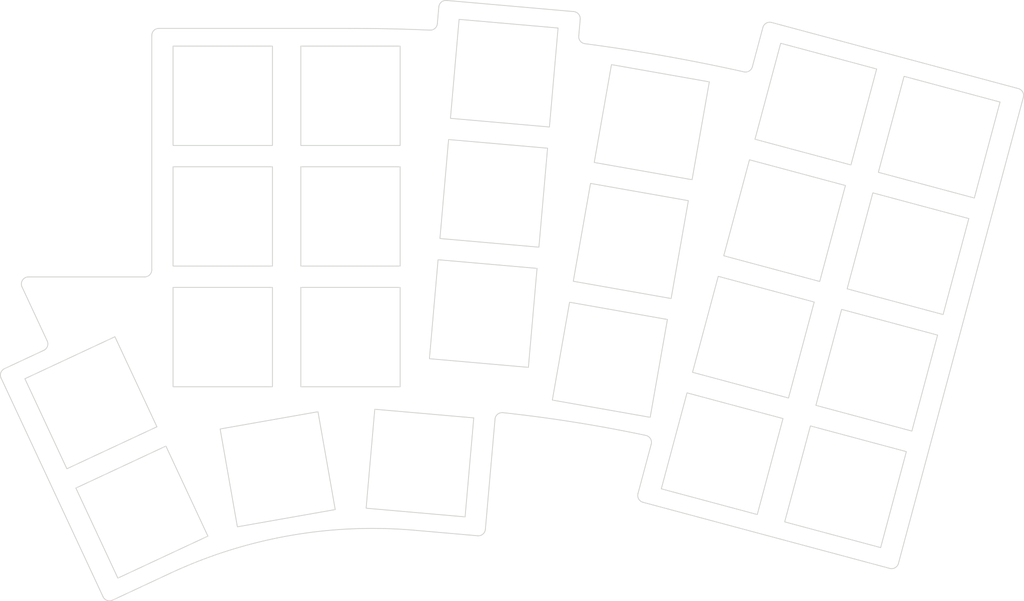
<source format=kicad_pcb>
(kicad_pcb (version 20221018) (generator pcbnew)
  (layers (0 "F.Cu" signal) (31 "B.Cu" signal) (34 "B.Paste" user) (35 "F.Paste" user) (36 "B.SilkS" user "B.Silkscreen") (37 "F.SilkS" user "F.Silkscreen") (38 "B.Mask" user) (39 "F.Mask" user) (44 "Edge.Cuts" user))
  (net 0 "")
  (footprint "keyboard:KeyHole" (layer "F.Cu") (at 154.552801 93.512815 -15)
    (fp_text reference "REF**" hide)
    (fp_text value "KeyHole" hide)
    (fp_rect (start -7 -7) (end 7 7) (layer "Edge.Cuts") (stroke (width 0.12)) (fill none))
  )
  (footprint "keyboard:KeyHole" (layer "F.Cu") (at 119.449871 56.311832 -5)
    (fp_text reference "REF**" hide)
    (fp_text value "KeyHole" hide)
    (fp_rect (start -7 -7) (end 7 7) (layer "Edge.Cuts") (stroke (width 0.12)) (fill none))
  )
  (footprint "keyboard:KeyHole" (layer "F.Cu") (at 61.201051 102.753693 25)
    (fp_text reference "REF**" hide)
    (fp_text value "KeyHole" hide)
    (fp_rect (start -7 -7) (end 7 7) (layer "Edge.Cuts") (stroke (width 0.12)) (fill none))
  )
  (footprint "keyboard:KeyHole" (layer "F.Cu") (at 134.332871 96.697962 -10)
    (fp_text reference "REF**" hide)
    (fp_text value "KeyHole" hide)
    (fp_rect (start -7 -7) (end 7 7) (layer "Edge.Cuts") (stroke (width 0.12)) (fill none))
  )
  (footprint "keyboard:KeyHole" (layer "F.Cu") (at 137.28489 79.95623 -10)
    (fp_text reference "REF**" hide)
    (fp_text value "KeyHole" hide)
    (fp_rect (start -7 -7) (end 7 7) (layer "Edge.Cuts") (stroke (width 0.12)) (fill none))
  )
  (footprint "keyboard:KeyHole" (layer "F.Cu") (at 107.567703 111.252057 -5)
    (fp_text reference "REF**" hide)
    (fp_text value "KeyHole" hide)
    (fp_rect (start -7 -7) (end 7 7) (layer "Edge.Cuts") (stroke (width 0.12)) (fill none))
  )
  (footprint "keyboard:KeyHole" (layer "F.Cu") (at 176.33939 81.750818 -15)
    (fp_text reference "REF**" hide)
    (fp_text value "KeyHole" hide)
    (fp_rect (start -7 -7) (end 7 7) (layer "Edge.Cuts") (stroke (width 0.12)) (fill none))
  )
  (footprint "keyboard:KeyHole" (layer "F.Cu") (at 171.939466 98.171557 -15)
    (fp_text reference "REF**" hide)
    (fp_text value "KeyHole" hide)
    (fp_rect (start -7 -7) (end 7 7) (layer "Edge.Cuts") (stroke (width 0.12)) (fill none))
  )
  (footprint "keyboard:KeyHole" (layer "F.Cu") (at 116.486576 90.182451 -5)
    (fp_text reference "REF**" hide)
    (fp_text value "KeyHole" hide)
    (fp_rect (start -7 -7) (end 7 7) (layer "Edge.Cuts") (stroke (width 0.12)) (fill none))
  )
  (footprint "keyboard:KeyHole" (layer "F.Cu") (at 140.236909 63.214498 -10)
    (fp_text reference "REF**" hide)
    (fp_text value "KeyHole" hide)
    (fp_rect (start -7 -7) (end 7 7) (layer "Edge.Cuts") (stroke (width 0.12)) (fill none))
  )
  (footprint "keyboard:KeyHole" (layer "F.Cu") (at 150.152878 109.933554 -15)
    (fp_text reference "REF**" hide)
    (fp_text value "KeyHole" hide)
    (fp_rect (start -7 -7) (end 7 7) (layer "Edge.Cuts") (stroke (width 0.12)) (fill none))
  )
  (footprint "keyboard:KeyHole" (layer "F.Cu") (at 79.78 93.5)
    (fp_text reference "REF**" hide)
    (fp_text value "KeyHole" hide)
    (fp_rect (start -7 -7) (end 7 7) (layer "Edge.Cuts") (stroke (width 0.12)) (fill none))
  )
  (footprint "keyboard:KeyHole" (layer "F.Cu") (at 117.968224 73.247142 -5)
    (fp_text reference "REF**" hide)
    (fp_text value "KeyHole" hide)
    (fp_rect (start -7 -7) (end 7 7) (layer "Edge.Cuts") (stroke (width 0.12)) (fill none))
  )
  (footprint "keyboard:KeyHole" (layer "F.Cu") (at 97.78 59.5)
    (fp_text reference "REF**" hide)
    (fp_text value "KeyHole" hide)
    (fp_rect (start -7 -7) (end 7 7) (layer "Edge.Cuts") (stroke (width 0.12)) (fill none))
  )
  (footprint "keyboard:KeyHole" (layer "F.Cu") (at 158.952725 77.092076 -15)
    (fp_text reference "REF**" hide)
    (fp_text value "KeyHole" hide)
    (fp_rect (start -7 -7) (end 7 7) (layer "Edge.Cuts") (stroke (width 0.12)) (fill none))
  )
  (footprint "keyboard:KeyHole" (layer "F.Cu") (at 68.385562 118.160925 25)
    (fp_text reference "REF**" hide)
    (fp_text value "KeyHole" hide)
    (fp_rect (start -7 -7) (end 7 7) (layer "Edge.Cuts") (stroke (width 0.12)) (fill none))
  )
  (footprint "keyboard:KeyHole" (layer "F.Cu") (at 167.539542 114.592296 -15)
    (fp_text reference "REF**" hide)
    (fp_text value "KeyHole" hide)
    (fp_rect (start -7 -7) (end 7 7) (layer "Edge.Cuts") (stroke (width 0.12)) (fill none))
  )
  (footprint "keyboard:KeyHole" (layer "F.Cu") (at 87.521848 112.127278 10)
    (fp_text reference "REF**" hide)
    (fp_text value "KeyHole" hide)
    (fp_rect (start -7 -7) (end 7 7) (layer "Edge.Cuts") (stroke (width 0.12)) (fill none))
  )
  (footprint "keyboard:KeyHole" (layer "F.Cu") (at 163.352649 60.671336 -15)
    (fp_text reference "REF**" hide)
    (fp_text value "KeyHole" hide)
    (fp_rect (start -7 -7) (end 7 7) (layer "Edge.Cuts") (stroke (width 0.12)) (fill none))
  )
  (footprint "keyboard:KeyHole" (layer "F.Cu") (at 97.78 76.5)
    (fp_text reference "REF**" hide)
    (fp_text value "KeyHole" hide)
    (fp_rect (start -7 -7) (end 7 7) (layer "Edge.Cuts") (stroke (width 0.12)) (fill none))
  )
  (footprint "keyboard:KeyHole" (layer "F.Cu") (at 97.78 93.5)
    (fp_text reference "REF**" hide)
    (fp_text value "KeyHole" hide)
    (fp_rect (start -7 -7) (end 7 7) (layer "Edge.Cuts") (stroke (width 0.12)) (fill none))
  )
  (footprint "keyboard:KeyHole" (layer "F.Cu") (at 79.78 59.5)
    (fp_text reference "REF**" hide)
    (fp_text value "KeyHole" hide)
    (fp_rect (start -7 -7) (end 7 7) (layer "Edge.Cuts") (stroke (width 0.12)) (fill none))
  )
  (footprint "keyboard:KeyHole" (layer "F.Cu") (at 180.739314 65.330079 -15)
    (fp_text reference "REF**" hide)
    (fp_text value "KeyHole" hide)
    (fp_rect (start -7 -7) (end 7 7) (layer "Edge.Cuts") (stroke (width 0.12)) (fill none))
  )
  (footprint "keyboard:KeyHole" (layer "F.Cu") (at 79.78 76.5)
    (fp_text reference "REF**" hide)
    (fp_text value "KeyHole" hide)
    (fp_rect (start -7 -7) (end 7 7) (layer "Edge.Cuts") (stroke (width 0.12)) (fill none))
  )
  (gr_arc (start 119.250898 104.150057) (mid 129.366326 105.49735) (end 139.400337 107.356302) (layer "Edge.Cuts") (width 0.12))
  (gr_arc (start 97.78 50) (mid 103.382237 50.061789) (end 108.981748 50.247127) (layer "Edge.Cuts") (width 0.12))
  (gr_arc (start 110.022044 49.335256) (mid 109.685013 50.000098) (end 108.981748 50.247126) (layer "Edge.Cuts") (width 0.12))
  (gr_line (start 48.545718 99.276259) (end 62.914739 130.090724) (layer "Edge.Cuts") (width 0.12))
  (gr_line (start 69.78 51) (end 69.78 84.02) (layer "Edge.Cuts") (width 0.12))
  (gr_line (start 110.228748 46.972619) (end 110.022044 49.335256) (layer "Edge.Cuts") (width 0.12))
  (gr_arc (start 55.041575 94.040436) (mid 55.07496 94.805074) (end 54.557885 95.369362) (layer "Edge.Cuts") (width 0.12))
  (gr_arc (start 139.000764 116.780478) (mid 138.393558 116.314552) (end 138.293657 115.555733) (layer "Edge.Cuts") (width 0.12))
  (gr_arc (start 69.78 84.02) (mid 69.487107 84.727107) (end 68.78 85.02) (layer "Edge.Cuts") (width 0.12))
  (gr_arc (start 129.243603 47.632383) (mid 129.922491 47.98579) (end 130.152642 48.715734) (layer "Edge.Cuts") (width 0.12))
  (gr_arc (start 116.788826 120.591269) (mid 116.435419 121.270158) (end 115.705476 121.500308) (layer "Edge.Cuts") (width 0.12))
  (gr_line (start 174.998839 125.390856) (end 192.598534 59.7079) (layer "Edge.Cuts") (width 0.12))
  (gr_line (start 54.557885 95.369362) (end 49.029408 97.947333) (layer "Edge.Cuts") (width 0.12))
  (gr_arc (start 64.243674 130.57441) (mid 63.479031 130.6078) (end 62.914739 130.090724) (layer "Edge.Cuts") (width 0.12))
  (gr_line (start 173.774094 126.097963) (end 139.000764 116.780478) (layer "Edge.Cuts") (width 0.12))
  (gr_arc (start 130.812085 52.157036) (mid 142.063446 53.89008) (end 153.225852 56.125533) (layer "Edge.Cuts") (width 0.12))
  (gr_arc (start 118.147883 105.05718) (mid 118.508889 104.371979) (end 119.250898 104.150059) (layer "Edge.Cuts") (width 0.12))
  (gr_line (start 64.243674 130.574409) (end 72.400435 126.770849) (layer "Edge.Cuts") (width 0.12))
  (gr_arc (start 154.410069 55.408466) (mid 153.962105 56.005051) (end 153.225852 56.125531) (layer "Edge.Cuts") (width 0.12))
  (gr_arc (start 139.400337 107.356302) (mid 140.045685 107.811762) (end 140.159196 108.593448) (layer "Edge.Cuts") (width 0.12))
  (gr_line (start 70.78 50) (end 97.78 50) (layer "Edge.Cuts") (width 0.12))
  (gr_line (start 115.705476 121.500308) (end 106.739723 120.715906) (layer "Edge.Cuts") (width 0.12))
  (gr_line (start 191.891427 58.483155) (end 157.118097 49.16567) (layer "Edge.Cuts") (width 0.12))
  (gr_arc (start 174.998839 125.390856) (mid 174.532913 125.998062) (end 173.774094 126.097963) (layer "Edge.Cuts") (width 0.12))
  (gr_arc (start 110.228748 46.972619) (mid 110.582155 46.293731) (end 111.312099 46.06358) (layer "Edge.Cuts") (width 0.12))
  (gr_line (start 129.945938 51.07837) (end 130.152642 48.715734) (layer "Edge.Cuts") (width 0.12))
  (gr_line (start 155.893352 49.872776) (end 154.410069 55.408466) (layer "Edge.Cuts") (width 0.12))
  (gr_line (start 118.147883 105.05718) (end 116.788826 120.591269) (layer "Edge.Cuts") (width 0.12))
  (gr_arc (start 130.812085 52.157035) (mid 130.162398 51.791639) (end 129.945937 51.07837) (layer "Edge.Cuts") (width 0.12))
  (gr_arc (start 48.545718 99.276259) (mid 48.512333 98.511621) (end 49.029408 97.947333) (layer "Edge.Cuts") (width 0.12))
  (gr_arc (start 51.498654 86.442618) (mid 51.561571 85.4827) (end 52.404962 85.02) (layer "Edge.Cuts") (width 0.12))
  (gr_line (start 55.041575 94.040436) (end 51.498654 86.442618) (layer "Edge.Cuts") (width 0.12))
  (gr_line (start 52.404962 85.02) (end 68.78 85.02) (layer "Edge.Cuts") (width 0.12))
  (gr_arc (start 191.891427 58.483155) (mid 192.498633 58.949081) (end 192.598534 59.7079) (layer "Edge.Cuts") (width 0.12))
  (gr_line (start 138.293657 115.555733) (end 140.159196 108.593448) (layer "Edge.Cuts") (width 0.12))
  (gr_arc (start 69.78 51) (mid 70.072893 50.292893) (end 70.78 50) (layer "Edge.Cuts") (width 0.12))
  (gr_line (start 129.243603 47.632384) (end 111.312099 46.06358) (layer "Edge.Cuts") (width 0.12))
  (gr_arc (start 155.893352 49.872776) (mid 156.359278 49.26557) (end 157.118097 49.16567) (layer "Edge.Cuts") (width 0.12))
  (gr_arc (start 72.400435 126.770849) (mid 89.171505 121.482954) (end 106.739723 120.715906) (layer "Edge.Cuts") (width 0.12))
)
</source>
